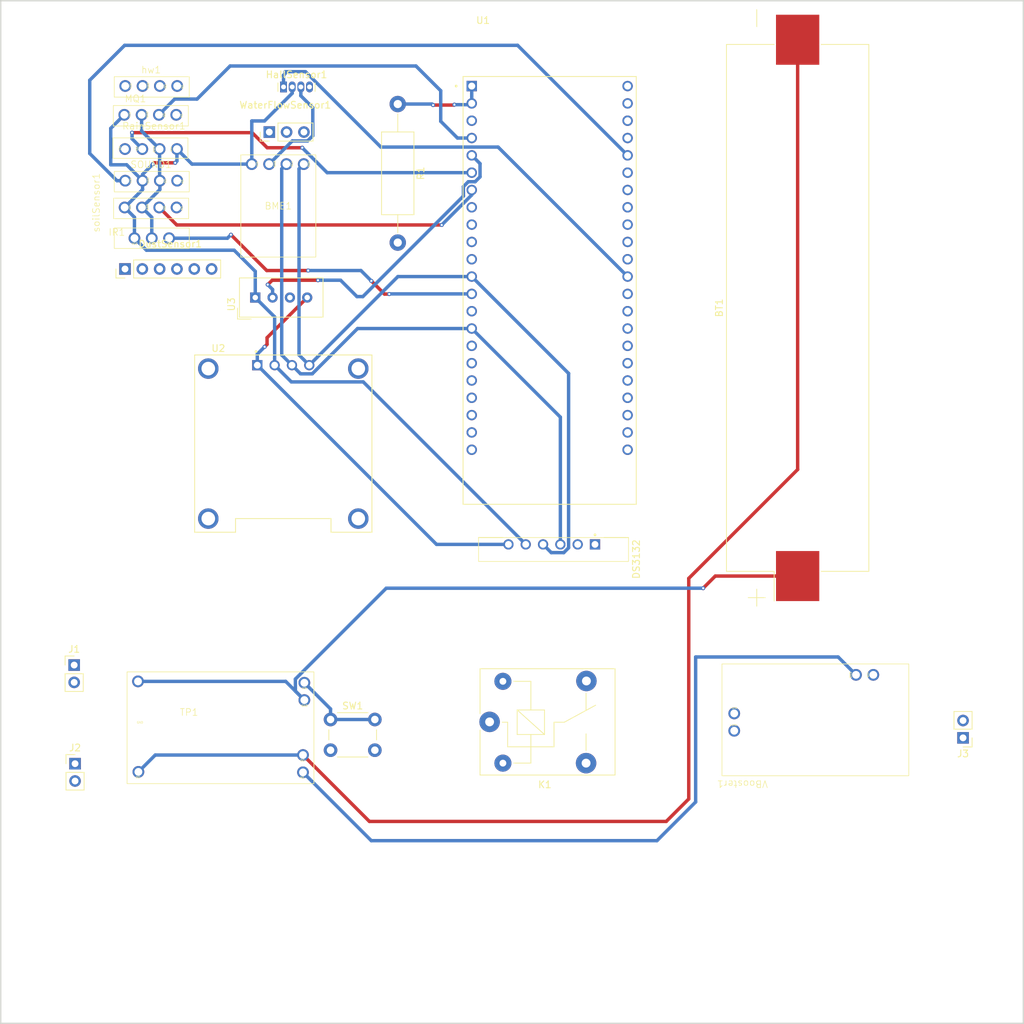
<source format=kicad_pcb>
(kicad_pcb (version 20241229) (generator "pcbnew") (generator_version "9.0")
  (layers (0 "F.Cu" signal) (2 "B.Cu" signal) (13 "F.Paste" user) (15 "B.Paste" user) (5 "F.SilkS" user "F.Silkscreen") (7 "B.SilkS" user "B.Silkscreen") (1 "F.Mask" user) (3 "B.Mask" user) (25 "Edge.Cuts" user))
  (net 0 "")
  (net 1 "VCC")
  (net 2 "SDA")
  (net 3 "GND")
  (net 4 "SCL")
  (net 9 "Net-(BT1--)")
  (net 10 "Net-(BT1-+)")
  (net 22 "Hall")
  (net 24 "IR")
  (net 25 "MQ1")
  (net 29 "Dust+")
  (net 30 "Net-(DustSensor1-Pin_1)")
  (net 31 "Rain")
  (net 38 "Soil")
  (net 42 "Sound")
  (net 47 "Net-(TP1-OUT+)")
  (net 53 "V+")
  (net 54 "V-")
  (net 55 "WaterFlow")
  (net 56 "Dust-")
  (net 57 "DustLED")
  (net 58 "DHT")
  (net 60 "Net-(VBooster1-OUT+)")
  (footprint "DS3132:MODULE_TC00500" (layer "F.Cu") (at 104.98 95.5775 -90)
    (property "Reference" "DS3132" (at 3.175 -12.135 90) (layer "F.SilkS"))
    (property "Value" "DS3231")
    (fp_line (start 0 11) (end 0 7.424) (stroke (width 0.127)) (layer "F.SilkS"))
    (fp_line (start 0 -7.424) (end 0 -11) (stroke (width 0.127)) (layer "F.SilkS"))
    (fp_rect (start 0 -11) (end 3.5 11) (stroke (width 0.1)) (fill no) (layer "F.SilkS"))
    (fp_circle (center -0.4 -6.08) (end -0.3 -6.08) (stroke (width 0.2)) (fill no) (layer "F.SilkS"))
    (pad "1" thru_hole rect (at 1 -6.08 270) (size 1.508 1.508) (drill 1) (layers "*.Cu" "*.Mask"))
    (pad "2" thru_hole circle (at 1 -3.54 270) (size 1.508 1.508) (drill 1) (layers "*.Cu" "*.Mask"))
    (pad "3" thru_hole circle (at 1 -1 270) (size 1.508 1.508) (drill 1) (layers "*.Cu" "*.Mask") (net 4 "SCL"))
    (pad "4" thru_hole circle (at 1 1.54 270) (size 1.508 1.508) (drill 1) (layers "*.Cu" "*.Mask") (net 2 "SDA"))
    (pad "5" thru_hole circle (at 1 4.08 270) (size 1.508 1.508) (drill 1) (layers "*.Cu" "*.Mask") (net 1 "VCC"))
    (pad "6" thru_hole circle (at 1 6.62 270) (size 1.508 1.508) (drill 1) (layers "*.Cu" "*.Mask") (net 3 "GND"))
  )
  (footprint "IR:Untitled" (layer "F.Cu") (at 40.55 49.97)
    (property "Reference" "IR1" (at 0.38 0.82 0) (layer "F.SilkS") (effects (font (thickness 0.1))))
    (property "Value" "~" (hide yes))
    (fp_rect (start 0 0.2) (end 11 3.2) (stroke (width 0.1)) (fill no) (layer "F.SilkS"))
    (fp_text user "GND" (at 5.01913 2.645334 0) (layer "F.SilkS") (effects (font (size 0.3 0.3) (thickness 0.05)) (justify left bottom)))
    (fp_text user "VCC" (at 2.536951 2.682079 0) (layer "F.SilkS") (effects (font (size 0.3 0.3) (thickness 0.05)) (justify left bottom)))
    (fp_text user "OUT" (at 7.597725 2.672252 0) (layer "F.SilkS") (effects (font (size 0.3 0.3) (thickness 0.05)) (justify left bottom)))
    (pad "1" thru_hole circle (at 2.96 1.7) (size 1.725 1.725) (drill 1.15) (layers "*.Cu" "*.Mask") (net 1 "VCC"))
    (pad "2" thru_hole circle (at 5.5 1.7) (size 1.725 1.725) (drill 1.15) (layers "*.Cu" "*.Mask") (net 3 "GND"))
    (pad "3" thru_hole circle (at 8.04 1.7) (size 1.725 1.725) (drill 1.15) (layers "*.Cu" "*.Mask") (net 24 "IR"))
  )
  (footprint "Connector_PinHeader_2.54mm:PinHeader_1x02_P2.54mm_Vertical" (layer "F.Cu") (at 165.04 124.95 180)
    (property "Reference" "J3" (at 0 -2.33 0) (layer "F.SilkS"))
    (property "Value" "Alive")
    (fp_line (start 1.33 1.27) (end 1.33 3.87) (stroke (width 0.12)) (layer "F.SilkS"))
    (fp_line (start -1.33 3.87) (end 1.33 3.87) (stroke (width 0.12)) (layer "F.SilkS"))
    (fp_line (start -1.33 1.27) (end 1.33 1.27) (stroke (width 0.12)) (layer "F.SilkS"))
    (fp_line (start -1.33 1.27) (end -1.33 3.87) (stroke (width 0.12)) (layer "F.SilkS"))
    (fp_line (start -1.33 0) (end -1.33 -1.33) (stroke (width 0.12)) (layer "F.SilkS"))
    (fp_line (start -1.33 -1.33) (end 0 -1.33) (stroke (width 0.12)) (layer "F.SilkS"))
    (pad "1" thru_hole rect (at 0 0 180) (size 1.7 1.7) (drill 1) (layers "*.Cu" "*.Mask"))
    (pad "2" thru_hole oval (at 0 2.54 180) (size 1.7 1.7) (drill 1) (layers "*.Cu" "*.Mask"))
  )
  (footprint "Button_Switch_THT:SW_PUSH_6mm_H4.3mm" (layer "F.Cu") (at 72.27 122.26)
    (property "Reference" "SW1" (at 3.25 -2 0) (layer "F.SilkS"))
    (property "Value" "SW_Push")
    (fp_line (start -0.25 1.5) (end -0.25 3) (stroke (width 0.12)) (layer "F.SilkS"))
    (fp_line (start 1 5.5) (end 5.5 5.5) (stroke (width 0.12)) (layer "F.SilkS"))
    (fp_line (start 5.5 -1) (end 1 -1) (stroke (width 0.12)) (layer "F.SilkS"))
    (fp_line (start 6.75 3) (end 6.75 1.5) (stroke (width 0.12)) (layer "F.SilkS"))
    (pad "1" thru_hole circle (at 0 0 90) (size 2 2) (drill 1.1) (layers "*.Cu" "*.Mask") (net 47 "Net-(TP1-OUT+)"))
    (pad "1" thru_hole circle (at 6.5 0 90) (size 2 2) (drill 1.1) (layers "*.Cu" "*.Mask") (net 47 "Net-(TP1-OUT+)"))
    (pad "2" thru_hole circle (at 0 4.5 90) (size 2 2) (drill 1.1) (layers "*.Cu" "*.Mask") (net 53 "V+"))
    (pad "2" thru_hole circle (at 6.5 4.5 90) (size 2 2) (drill 1.1) (layers "*.Cu" "*.Mask") (net 53 "V+"))
  )
  (footprint "Sensor:Aosong_DHT11_5.5x12.0_P2.54mm" (layer "F.Cu") (at 61.23 60.37 90)
    (property "Reference" "U3" (at -1 -3.5 90) (layer "F.SilkS"))
    (property "Value" "DHT11")
    (fp_line (start -3.16 -2.6) (end -1.55 -2.6) (stroke (width 0.12)) (layer "F.SilkS"))
    (fp_line (start -3.16 -2.6) (end -3.16 -0.6) (stroke (width 0.12)) (layer "F.SilkS"))
    (fp_line (start 2.88 -2.32) (end 2.88 9.94) (stroke (width 0.12)) (layer "F.SilkS"))
    (fp_line (start -2.87 -2.32) (end 2.87 -2.32) (stroke (width 0.12)) (layer "F.SilkS"))
    (fp_line (start 2.88 9.94) (end -2.88 9.94) (stroke (width 0.12)) (layer "F.SilkS"))
    (fp_line (start -2.88 9.94) (end -2.88 -2.31) (stroke (width 0.12)) (layer "F.SilkS"))
    (pad "1" thru_hole rect (at 0 0 90) (size 1.5 1.5) (drill 0.8) (layers "*.Cu" "*.Mask") (net 1 "VCC"))
    (pad "2" thru_hole circle (at 0 2.54 90) (size 1.5 1.5) (drill 0.8) (layers "*.Cu" "*.Mask") (net 58 "DHT"))
    (pad "3" thru_hole circle (at 0 5.08 90) (size 1.5 1.5) (drill 0.8) (layers "*.Cu" "*.Mask"))
    (pad "4" thru_hole circle (at 0 7.62 90) (size 1.5 1.5) (drill 0.8) (layers "*.Cu" "*.Mask") (net 3 "GND"))
  )
  (footprint "Connector_PinHeader_2.54mm:PinHeader_1x02_P2.54mm_Vertical" (layer "F.Cu") (at 34.8 128.74)
    (property "Reference" "J2" (at 0 -2.33 0) (layer "F.SilkS"))
    (property "Value" "BCharge")
    (fp_line (start -1.33 -1.33) (end 0 -1.33) (stroke (width 0.12)) (layer "F.SilkS"))
    (fp_line (start -1.33 0) (end -1.33 -1.33) (stroke (width 0.12)) (layer "F.SilkS"))
    (fp_line (start -1.33 1.27) (end -1.33 3.87) (stroke (width 0.12)) (layer "F.SilkS"))
    (fp_line (start -1.33 1.27) (end 1.33 1.27) (stroke (width 0.12)) (layer "F.SilkS"))
    (fp_line (start -1.33 3.87) (end 1.33 3.87) (stroke (width 0.12)) (layer "F.SilkS"))
    (fp_line (start 1.33 1.27) (end 1.33 3.87) (stroke (width 0.12)) (layer "F.SilkS"))
    (pad "1" thru_hole rect (at 0 0) (size 1.7 1.7) (drill 1) (layers "*.Cu" "*.Mask"))
    (pad "2" thru_hole oval (at 0 2.54) (size 1.7 1.7) (drill 1) (layers "*.Cu" "*.Mask"))
  )
  (footprint "Connector_PinHeader_2.54mm:PinHeader_1x02_P2.54mm_Vertical" (layer "F.Cu") (at 34.67 114.275)
    (property "Reference" "J1" (at 0 -2.33 0) (layer "F.SilkS"))
    (property "Value" "SOLAR")
    (fp_line (start -1.33 -1.33) (end 0 -1.33) (stroke (width 0.12)) (layer "F.SilkS"))
    (fp_line (start -1.33 0) (end -1.33 -1.33) (stroke (width 0.12)) (layer "F.SilkS"))
    (fp_line (start -1.33 1.27) (end -1.33 3.87) (stroke (width 0.12)) (layer "F.SilkS"))
    (fp_line (start -1.33 1.27) (end 1.33 1.27) (stroke (width 0.12)) (layer "F.SilkS"))
    (fp_line (start -1.33 3.87) (end 1.33 3.87) (stroke (width 0.12)) (layer "F.SilkS"))
    (fp_line (start 1.33 1.27) (end 1.33 3.87) (stroke (width 0.12)) (layer "F.SilkS"))
    (pad "1" thru_hole rect (at 0 0) (size 1.7 1.7) (drill 1) (layers "*.Cu" "*.Mask"))
    (pad "2" thru_hole oval (at 0 2.54) (size 1.7 1.7) (drill 1) (layers "*.Cu" "*.Mask"))
  )
  (footprint "Connector_PinHeader_2.54mm:PinHeader_1x03_P2.54mm_Vertical" (layer "F.Cu") (at 63.285 36.1 90)
    (property "Reference" "WaterFlowSensor1" (at 3.96 2.345 0) (layer "F.SilkS"))
    (property "Value" "Conn_01x03_Pin" (hide yes))
    (fp_line (start -1.33 -1.33) (end 0 -1.33) (stroke (width 0.12)) (layer "F.SilkS"))
    (fp_line (start -1.33 0) (end -1.33 -1.33) (stroke (width 0.12)) (layer "F.SilkS"))
    (fp_line (start 1.33 1.27) (end 1.33 6.41) (stroke (width 0.12)) (layer "F.SilkS"))
    (fp_line (start -1.33 1.27) (end 1.33 1.27) (stroke (width 0.12)) (layer "F.SilkS"))
    (fp_line (start -1.33 1.27) (end -1.33 6.41) (stroke (width 0.12)) (layer "F.SilkS"))
    (fp_line (start -1.33 6.41) (end 1.33 6.41) (stroke (width 0.12)) (layer "F.SilkS"))
    (pad "1" thru_hole rect (at 0 0 90) (size 1.7 1.7) (drill 1) (layers "*.Cu" "*.Mask"))
    (pad "2" thru_hole oval (at 0 2.54 90) (size 1.7 1.7) (drill 1) (layers "*.Cu" "*.Mask"))
    (pad "3" thru_hole oval (at 0 5.08 90) (size 1.7 1.7) (drill 1) (layers "*.Cu" "*.Mask"))
  )
  (footprint "BME280:Untitled" (layer "F.Cu") (at 59.11 39.44)
    (property "Reference" "BME1" (at 5.5 7.5 0) (layer "F.SilkS") (effects (font (thickness 0.1))))
    (property "Value" "BME280" (hide yes))
    (fp_rect (start 0 0) (end 11 15) (stroke (width 0.1)) (fill no) (layer "F.SilkS"))
    (fp_text user "SCL" (at 7.66 1.77 90) (layer "F.SilkS") (effects (font (size 0.3 0.3) (thickness 0.05)) (justify left bottom)))
    (fp_text user "SDA" (at 10.17 1.81 90) (layer "F.SilkS") (effects (font (size 0.3 0.3) (thickness 0.05)) (justify left bottom)))
    (fp_text user "VIN" (at 2.59 1.74 90) (layer "F.SilkS") (effects (font (size 0.3 0.3) (thickness 0.05)) (justify left bottom)))
    (fp_text user "GND" (at 5.14 1.82 90) (layer "F.SilkS") (effects (font (size 0.3 0.3) (thickness 0.05)) (justify left bottom)))
    (pad "1" thru_hole circle (at 1.61 1.36) (size 1.725 1.725) (drill 1.15) (layers "*.Cu" "*.Mask") (net 1 "VCC"))
    (pad "2" thru_hole circle (at 4.15 1.36) (size 1.725 1.725) (drill 1.15) (layers "*.Cu" "*.Mask") (net 3 "GND"))
    (pad "3" thru_hole circle (at 6.69 1.36) (size 1.725 1.725) (drill 1.15) (layers "*.Cu" "*.Mask") (net 4 "SCL"))
    (pad "4" thru_hole circle (at 9.23 1.36) (size 1.725 1.725) (drill 1.15) (layers "*.Cu" "*.Mask") (net 2 "SDA"))
  )
  (footprint "Vbooster:Untitled" (layer "F.Cu") (at 157.08 130.51 180)
    (property "Reference" "VBooster1" (at 24.4 -1.2 180) (layer "F.SilkS") (effects (font (thickness 0.1))))
    (property "Value" "~")
    (fp_rect (start 0 0) (end 27.4 16.4) (stroke (width 0.1)) (fill no) (layer "F.SilkS"))
    (fp_text user "GND" (at 8.73 15.26 270) (layer "F.SilkS") (effects (font (size 0.3 0.3) (thickness 0.05)) (justify left bottom)))
    (fp_text user "VIN" (at 6.18 15.18 270) (layer "F.SilkS") (effects (font (size 0.3 0.3) (thickness 0.05)) (justify left bottom)))
    (fp_text user "out-" (at 25.15 10.08 180) (layer "F.SilkS") (effects (font (size 0.3 0.3) (thickness 0.05)) (justify left bottom)))
    (fp_text user "out+" (at 25.19 7.57 180) (layer "F.SilkS") (effects (font (size 0.3 0.3) (thickness 0.05)) (justify left bottom)))
    (pad "1" thru_hole circle (at 5.2 14.8 180) (size 1.725 1.725) (drill 1.15) (layers "*.Cu" "*.Mask") (net 60 "Net-(VBooster1-OUT+)"))
    (pad "2" thru_hole circle (at 7.74 14.8 180) (size 1.725 1.725) (drill 1.15) (layers "*.Cu" "*.Mask") (net 54 "V-"))
    (pad "3" thru_hole circle (at 25.6 6.6 90) (size 1.725 1.725) (drill 1.15) (layers "*.Cu" "*.Mask"))
    (pad "4" thru_hole circle (at 25.6 9.14 90) (size 1.725 1.725) (drill 1.15) (layers "*.Cu" "*.Mask"))
  )
  (footprint "MQ135:Untitled" (layer "F.Cu") (at 40.55 32.28)
    (property "Reference" "MQ1" (at 3.11 -1.07 0) (layer "F.SilkS") (effects (font (thickness 0.1))))
    (property "Value" "~")
    (fp_rect (start -0.14 -0.07) (end 10.86 2.93) (stroke (width 0.1)) (fill no) (layer "F.SilkS"))
    (fp_text user "VIN" (at 2.45 1.67 90) (layer "F.SilkS") (effects (font (size 0.3 0.3) (thickness 0.05)) (justify left bottom)))
    (fp_text user "GND" (at 5 1.75 90) (layer "F.SilkS") (effects (font (size 0.3 0.3) (thickness 0.05)) (justify left bottom)))
    (fp_text user "DO" (at 7.52 1.7 90) (layer "F.SilkS") (effects (font (size 0.3 0.3) (thickness 0.05)) (justify left bottom)))
    (fp_text user "AO" (at 10.03 1.74 90) (layer "F.SilkS") (effects (font (size 0.3 0.3) (thickness 0.05)) (justify left bottom)))
    (pad "1" thru_hole circle (at 1.47 1.29) (size 1.725 1.725) (drill 1.15) (layers "*.Cu" "*.Mask") (net 1 "VCC"))
    (pad "2" thru_hole circle (at 4.01 1.29) (size 1.725 1.725) (drill 1.15) (layers "*.Cu" "*.Mask") (net 3 "GND"))
    (pad "3" thru_hole circle (at 6.55 1.29) (size 1.725 1.725) (drill 1.15) (layers "*.Cu" "*.Mask") (net 25 "MQ1"))
    (pad "4" thru_hole circle (at 9.09 1.29) (size 1.725 1.725) (drill 1.15) (layers "*.Cu" "*.Mask"))
  )
  (footprint "SOUND SENSOR:Untitled" (layer "F.Cu") (at 40.55 27.78)
    (property "Reference" "hw1" (at 5.4 -0.8 0) (layer "F.SilkS") (effects (font (thickness 0.1))))
    (property "Value" "~")
    (fp_rect (start 0 0.2) (end 11 3.2) (stroke (width 0.1)) (fill no) (layer "F.SilkS"))
    (fp_text user "GND" (at 5.14 2.02 90) (layer "F.SilkS") (effects (font (size 0.3 0.3) (thickness 0.05)) (justify left bottom)))
    (fp_text user "DO" (at 7.66 1.97 90) (layer "F.SilkS") (effects (font (size 0.3 0.3) (thickness 0.05)) (justify left bottom)))
    (fp_text user "VIN" (at 2.59 1.94 90) (layer "F.SilkS") (effects (font (size 0.3 0.3) (thickness 0.05)) (justify left bottom)))
    (fp_text user "AO" (at 10.17 2.01 90) (layer "F.SilkS") (effects (font (size 0.3 0.3) (thickness 0.05)) (justify left bottom)))
    (pad "1" thru_hole circle (at 1.61 1.56) (size 1.725 1.725) (drill 1.15) (layers "*.Cu" "*.Mask"))
    (pad "2" thru_hole circle (at 4.15 1.56) (size 1.725 1.725) (drill 1.15) (layers "*.Cu" "*.Mask"))
    (pad "3" thru_hole circle (at 6.69 1.56) (size 1.725 1.725) (drill 1.15) (layers "*.Cu" "*.Mask"))
    (pad "4" thru_hole circle (at 9.23 1.56) (size 1.725 1.725) (drill 1.15) (layers "*.Cu" "*.Mask"))
  )
  (footprint "Sensor_Current:Allegro_SIP-4" (layer "F.Cu") (at 65.375 29.48)
    (property "Reference" "HallSensor1" (at 1.905 -1.8 0) (layer "F.SilkS"))
    (property "Value" "~")
    (fp_line (start -0.82 0.66) (end -0.82 -0.58) (stroke (width 0.12)) (layer "F.SilkS"))
    (fp_line (start 4.63 -0.58) (end 4.63 0.66) (stroke (width 0.12)) (layer "F.SilkS"))
    (pad "1" thru_hole rect (at 0 0) (size 1 1.6) (drill 0.7) (layers "*.Cu" "*.Mask") (net 22 "Hall"))
    (pad "2" thru_hole oval (at 1.27 0) (size 1 1.6) (drill 0.7) (layers "*.Cu" "*.Mask") (net 1 "VCC"))
    (pad "3" thru_hole oval (at 2.54 0) (size 1 1.6) (drill 0.7) (layers "*.Cu" "*.Mask") (net 3 "GND"))
    (pad "4" thru_hole oval (at 3.81 0) (size 1 1.6) (drill 0.7) (layers "*.Cu" "*.Mask"))
  )
  (footprint "Resistor_THT:R_Axial_DIN0414_L11.9mm_D4.5mm_P20.32mm_Horizontal" (layer "F.Cu") (at 82.13 31.99 -90)
    (property "Reference" "R1" (at 10.16 -3.37 90) (layer "F.SilkS"))
    (property "Value" "150")
    (fp_line (start 4.09 2.37) (end 16.23 2.37) (stroke (width 0.12)) (layer "F.SilkS"))
    (fp_line (start 16.23 2.37) (end 16.23 -2.37) (stroke (width 0.12)) (layer "F.SilkS"))
    (fp_line (start 1.44 0) (end 4.09 0) (stroke (width 0.12)) (layer "F.SilkS"))
    (fp_line (start 18.88 0) (end 16.23 0) (stroke (width 0.12)) (layer "F.SilkS"))
    (fp_line (start 4.09 -2.37) (end 4.09 2.37) (stroke (width 0.12)) (layer "F.SilkS"))
    (fp_line (start 16.23 -2.37) (end 4.09 -2.37) (stroke (width 0.12)) (layer "F.SilkS"))
    (pad "1" thru_hole circle (at 0 0 270) (size 2.4 2.4) (drill 1.2) (layers "*.Cu" "*.Mask") (net 29 "Dust+"))
    (pad "2" thru_hole oval (at 20.32 0 270) (size 2.4 2.4) (drill 1.2) (layers "*.Cu" "*.Mask") (net 30 "Net-(DustSensor1-Pin_1)"))
  )
  (footprint "Relay_THT:Relay_SPDT_SANYOU_SRD_Series_Form_C" (layer "F.Cu") (at 95.6 122.61)
    (property "Reference" "K1" (at 8.1 9.2 0) (layer "F.SilkS"))
    (property "Value" "Relay_SPDT")
    (fp_line (start -1.4 -7.8) (end -1.4 -1.2) (stroke (width 0.12)) (layer "F.SilkS"))
    (fp_line (start -1.4 -7.8) (end 18.4 -7.8) (stroke (width 0.12)) (layer "F.SilkS"))
    (fp_line (start -1.4 1.2) (end -1.4 7.8) (stroke (width 0.12)) (layer "F.SilkS"))
    (fp_line (start 2.65 0.05) (end 1.85 0.05) (stroke (width 0.12)) (layer "F.SilkS"))
    (fp_line (start 2.65 0.05) (end 2.65 3.65) (stroke (width 0.12)) (layer "F.SilkS"))
    (fp_line (start 3.55 6.05) (end 6.05 6.05) (stroke (width 0.12)) (layer "F.SilkS"))
    (fp_line (start 4.05 -1.75) (end 8.05 -1.75) (stroke (width 0.12)) (layer "F.SilkS"))
    (fp_line (start 4.05 1.85) (end 4.05 -1.75) (stroke (width 0.12)) (layer "F.SilkS"))
    (fp_line (start 6.05 -5.95) (end 3.55 -5.95) (stroke (width 0.12)) (layer "F.SilkS"))
    (fp_line (start 6.05 -5.95) (end 6.05 -1.75) (stroke (width 0.12)) (layer "F.SilkS"))
    (fp_line (start 6.05 1.85) (end 6.05 6.05) (stroke (width 0.12)) (layer "F.SilkS"))
    (fp_line (start 8.05 -1.75) (end 8.05 1.85) (stroke (width 0.12)) (layer "F.SilkS"))
    (fp_line (start 8.05 1.85) (end 4.05 -1.75) (stroke (width 0.12)) (layer "F.SilkS"))
    (fp_line (start 8.05 1.85) (end 4.05 1.85) (stroke (width 0.12)) (layer "F.SilkS"))
    (fp_line (start 9.45 0.05) (end 9.45 3.65) (stroke (width 0.12)) (layer "F.SilkS"))
    (fp_line (start 9.45 0.05) (end 10.95 0.05) (stroke (width 0.12)) (layer "F.SilkS"))
    (fp_line (start 9.45 3.65) (end 2.65 3.65) (stroke (width 0.12)) (layer "F.SilkS"))
    (fp_line (start 10.95 0.05) (end 15.55 -2.45) (stroke (width 0.12)) (layer "F.SilkS"))
    (fp_line (start 14.15 -4.2) (end 14.15 -1.7) (stroke (width 0.12)) (layer "F.SilkS"))
    (fp_line (start 14.15 4.2) (end 14.15 1.75) (stroke (width 0.12)) (layer "F.SilkS"))
    (fp_line (start 18.4 -7.8) (end 18.4 7.8) (stroke (width 0.12)) (layer "F.SilkS"))
    (fp_line (start 18.4 7.8) (end -1.4 7.8) (stroke (width 0.12)) (layer "F.SilkS"))
    (pad "1" thru_hole circle (at 0 0 90) (size 3 3) (drill 1.3) (layers "*.Cu" "*.Mask"))
    (pad "2" thru_hole circle (at 1.95 6.05 90) (size 2.5 2.5) (drill 1) (layers "*.Cu" "*.Mask"))
    (pad "3" thru_hole circle (at 14.15 6.05 90) (size 3 3) (drill 1.3) (layers "*.Cu" "*.Mask"))
    (pad "4" thru_hole circle (at 14.2 -6 90) (size 3 3) (drill 1.3) (layers "*.Cu" "*.Mask"))
    (pad "5" thru_hole circle (at 1.95 -5.95 90) (size 2.5 2.5) (drill 1) (layers "*.Cu" "*.Mask"))
  )
  (footprint "TP4056:Untitled" (layer "F.Cu") (at 41.83 114.47)
    (property "Reference" "TP1" (at 9.68 6.73 0) (layer "F.SilkS") (effects (font (thickness 0.1))))
    (property "Value" "~" (hide yes))
    (fp_rect (start 0.6 0.8) (end 28 17.2) (stroke (width 0.1)) (fill no) (layer "F.SilkS"))
    (fp_text user "DO" (at 1.85 16.44 0) (layer "F.SilkS") (effects (font (size 0.3 0.3) (thickness 0.05)) (justify left bottom)))
    (fp_text user "GND" (at 26.14 5.93 0) (layer "F.SilkS") (effects (font (size 0.3 0.3) (thickness 0.05)) (justify left bottom)))
    (fp_text user "DO" (at 25.99 13.97 0) (layer "F.SilkS") (effects (font (size 0.3 0.3) (thickness 0.05)) (justify left bottom)))
    (fp_text user "GND" (at 2 8.4 0) (layer "F.SilkS") (effects (font (size 0.3 0.3) (thickness 0.05)) (justify left bottom)))
    (fp_text user "AO" (at 25.95 16.48 0) (layer "F.SilkS") (effects (font (size 0.3 0.3) (thickness 0.05)) (justify left bottom)))
    (fp_text user "VIN" (at 26.22 3.38 0) (layer "F.SilkS") (effects (font (size 0.3 0.3) (thickness 0.05)) (justify left bottom)))
    (pad "1" thru_hole circle (at 26.6 2.4 270) (size 1.725 1.725) (drill 1.15) (layers "*.Cu" "*.Mask") (net 47 "Net-(TP1-OUT+)"))
    (pad "2" thru_hole circle (at 2.2 2.2 270) (size 1.725 1.725) (drill 1.15) (layers "*.Cu" "*.Mask") (net 10 "Net-(BT1-+)"))
    (pad "2" thru_hole circle (at 26.6 4.94 270) (size 1.725 1.725) (drill 1.15) (layers "*.Cu" "*.Mask") (net 10 "Net-(BT1-+)"))
    (pad "3" thru_hole circle (at 2.26 15.47 270) (size 1.725 1.725) (drill 1.15) (layers "*.Cu" "*.Mask") (net 9 "Net-(BT1--)"))
    (pad "3" thru_hole circle (at 26.4 13 270) (size 1.725 1.725) (drill 1.15) (layers "*.Cu" "*.Mask") (net 9 "Net-(BT1--)"))
    (pad "4" thru_hole circle (at 26.4 15.54 270) (size 1.725 1.725) (drill 1.15) (layers "*.Cu" "*.Mask") (net 54 "V-"))
  )
  (footprint "RainSensor:Untitled" (layer "F.Cu") (at 51.35 36.95 -90)
    (property "Reference" "RainSensor1" (at -1.74 4.98 0) (layer "F.SilkS") (effects (font (thickness 0.1))))
    (property "Value" "~")
    (fp_rect (start 0 0) (end 3 11) (stroke (width 0.1)) (fill no) (layer "F.SilkS"))
    (fp_text user "vcc" (at 1.26 2.59 270) (layer "F.SilkS") (effects (font (size 0.3 0.3) (thickness 0.05)) (justify left bottom)))
    (fp_text user "AO" (at 1.19 10.17 270) (layer "F.SilkS") (effects (font (size 0.3 0.3) (thickness 0.05)) (justify left bottom)))
    (fp_text user "DO" (at 1.23 7.66 270) (layer "F.SilkS") (effects (font (size 0.3 0.3) (thickness 0.05)) (justify left bottom)))
    (fp_text user "GND" (at 1.18 5.14 270) (layer "F.SilkS") (effects (font (size 0.3 0.3) (thickness 0.05)) (justify left bottom)))
    (pad "1" thru_hole circle (at 1.64 1.61 180) (size 1.725 1.725) (drill 1.15) (layers "*.Cu" "*.Mask") (net 1 "VCC"))
    (pad "2" thru_hole circle (at 1.64 4.15 180) (size 1.725 1.725) (drill 1.15) (layers "*.Cu" "*.Mask") (net 3 "GND"))
    (pad "3" thru_hole circle (at 1.64 6.69 180) (size 1.725 1.725) (drill 1.15) (layers "*.Cu" "*.Mask") (net 31 "Rain"))
    (pad "4" thru_hole circle (at 1.64 9.23 180) (size 1.725 1.725) (drill 1.15) (layers "*.Cu" "*.Mask"))
  )
  (footprint "SOUND SENSOR:HW484" (layer "F.Cu") (at 40.55 41.67)
    (property "Reference" "SOUND1" (at 5.4 -0.8 0) (layer "F.SilkS") (effects (font (thickness 0.1))))
    (property "Value" "~")
    (fp_rect (start 0 0.2) (end 11 3.2) (stroke (width 0.1)) (fill no) (layer "F.SilkS"))
    (fp_text user "GND" (at 5.14 2.02 90) (layer "F.SilkS") (effects (font (size 0.3 0.3) (thickness 0.05)) (justify left bottom)))
    (fp_text user "VIN" (at 2.59 1.94 90) (layer "F.SilkS") (effects (font (size 0.3 0.3) (thickness 0.05)) (justify left bottom)))
    (fp_text user "DO" (at 7.66 1.97 90) (layer "F.SilkS") (effects (font (size 0.3 0.3) (thickness 0.05)) (justify left bottom)))
    (fp_text user "AO" (at 10.17 2.01 90) (layer "F.SilkS") (effects (font (size 0.3 0.3) (thickness 0.05)) (justify left bottom)))
    (pad "1" thru_hole circle (at 1.61 1.56) (size 1.725 1.725) (drill 1.15) (layers "*.Cu" "*.Mask") (net 42 "Sound"))
    (pad "2" thru_hole circle (at 4.15 1.56) (size 1.725 1.725) (drill 1.15) (layers "*.Cu" "*.Mask") (net 1 "VCC"))
    (pad "3" thru_hole circle (at 6.69 1.56) (size 1.725 1.725) (drill 1.15) (layers "*.Cu" "*.Mask") (net 3 "GND"))
    (pad "4" thru_hole circle (at 9.23 1.56) (size 1.725 1.725) (drill 1.15) (layers "*.Cu" "*.Mask"))
  )
  (footprint "SoilSensor:SoilSensor" (layer "F.Cu") (at 40.55 49.04 90)
    (property "Reference" "soilSensor1" (at 2.58689 -2.644201 90) (layer "F.SilkS") (effects (font (thickness 0.1))))
    (property "Value" "~")
    (fp_rect (start 0.24 -0.09) (end 3.24 10.91) (stroke (width 0.1)) (fill no) (layer "F.SilkS"))
    (fp_text user "GND" (at 1.42 5.05 90) (layer "F.SilkS") (effects (font (size 0.3 0.3) (thickness 0.05)) (justify left bottom)))
    (fp_text user "AO" (at 1.43 10.08 90) (layer "F.SilkS") (effects (font (size 0.3 0.3) (thickness 0.05)) (justify left bottom)))
    (fp_text user "DO" (at 1.47 7.57 90) (layer "F.SilkS") (effects (font (size 0.3 0.3) (thickness 0.05)) (justify left bottom)))
    (fp_text user "VIN" (at 1.5 2.5 90) (layer "F.SilkS") (effects (font (size 0.3 0.3) (thickness 0.05)) (justify left bottom)))
    (pad "1" thru_hole circle (at 1.88 1.52) (size 1.725 1.725) (drill 1.15) (layers "*.Cu" "*.Mask") (net 1 "VCC"))
    (pad "2" thru_hole circle (at 1.88 4.06) (size 1.725 1.725) (drill 1.15) (layers "*.Cu" "*.Mask") (net 3 "GND"))
    (pad "3" thru_hole circle (at 1.88 6.6) (size 1.725 1.725) (drill 1.15) (layers "*.Cu" "*.Mask") (net 38 "Soil"))
    (pad "4" thru_hole circle (at 1.88 9.14) (size 1.725 1.725) (drill 1.15) (layers "*.Cu" "*.Mask"))
  )
  (footprint "ESP32-S3-DEVKITC-1-N8R2:XCVR_ESP32-S3-DEVKITC-1-N8R2" (layer "F.Cu") (at 104.4105 59.325)
    (property "Reference" "U1" (at -9.775 -39.605 0) (layer "F.SilkS"))
    (property "Value" "ESP32-S3-DEVKITC-1-N8R2")
    (fp_line (start -12.7 -31.37) (end 12.7 -31.37) (stroke (width 0.127)) (layer "F.SilkS"))
    (fp_line (start -12.7 31.37) (end -12.7 -31.37) (stroke (width 0.127)) (layer "F.SilkS"))
    (fp_line (start 12.7 -31.37) (end 12.7 31.37) (stroke (width 0.127)) (layer "F.SilkS"))
    (fp_line (start 12.7 31.37) (end -12.7 31.37) (stroke (width 0.127)) (layer "F.SilkS"))
    (fp_circle (center -13.716 -29.972) (end -13.616 -29.972) (stroke (width 0.2)) (fill no) (layer "F.SilkS"))
    (pad "J1_1" thru_hole rect (at -11.43 -29.97) (size 1.53 1.53) (drill 1.02) (layers "*.Cu" "*.Mask") (net 29 "Dust+"))
    (pad "J1_2" thru_hole circle (at -11.43 -27.43) (size 1.53 1.53) (drill 1.02) (layers "*.Cu" "*.Mask") (net 29 "Dust+"))
    (pad "J1_3" thru_hole circle (at -11.43 -24.89) (size 1.53 1.53) (drill 1.02) (layers "*.Cu" "*.Mask"))
    (pad "J1_4" thru_hole circle (at -11.43 -22.35) (size 1.53 1.53) (drill 1.02) (layers "*.Cu" "*.Mask") (net 25 "MQ1"))
    (pad "J1_5" thru_hole circle (at -11.43 -19.81) (size 1.53 1.53) (drill 1.02) (layers "*.Cu" "*.Mask") (net 58 "DHT"))
    (pad "J1_6" thru_hole circle (at -11.43 -17.27) (size 1.53 1.53) (drill 1.02) (layers "*.Cu" "*.Mask") (net 31 "Rain"))
    (pad "J1_7" thru_hole circle (at -11.43 -14.73) (size 1.53 1.53) (drill 1.02) (layers "*.Cu" "*.Mask") (net 38 "Soil"))
    (pad "J1_8" thru_hole circle (at -11.43 -12.19) (size 1.53 1.53) (drill 1.02) (layers "*.Cu" "*.Mask"))
    (pad "J1_9" thru_hole circle (at -11.43 -9.65) (size 1.53 1.53) (drill 1.02) (layers "*.Cu" "*.Mask"))
    (pad "J1_10" thru_hole circle (at -11.43 -7.11) (size 1.53 1.53) (drill 1.02) (layers "*.Cu" "*.Mask"))
    (pad "J1_11" thru_hole circle (at -11.43 -4.57) (size 1.53 1.53) (drill 1.02) (layers "*.Cu" "*.Mask"))
    (pad "J1_12" thru_hole circle (at -11.43 -2.03) (size 1.53 1.53) (drill 1.02) (layers "*.Cu" "*.Mask") (net 2 "SDA"))
    (pad "J1_13" thru_hole circle (at -11.43 0.51) (size 1.53 1.53) (drill 1.02) (layers "*.Cu" "*.Mask") (net 24 "IR"))
    (pad "J1_14" thru_hole circle (at -11.43 3.05) (size 1.53 1.53) (drill 1.02) (layers "*.Cu" "*.Mask"))
    (pad "J1_15" thru_hole circle (at -11.43 5.59) (size 1.53 1.53) (drill 1.02) (layers "*.Cu" "*.Mask") (net 4 "SCL"))
    (pad "J1_16" thru_hole circle (at -11.43 8.13) (size 1.53 1.53) (drill 1.02) (layers "*.Cu" "*.Mask"))
    (pad "J1_17" thru_hole circle (at -11.43 10.67) (size 1.53 1.53) (drill 1.02) (layers "*.Cu" "*.Mask"))
    (pad "J1_18" thru_hole circle (at -11.43 13.21) (size 1.53 1.53) (drill 1.02) (layers "*.Cu" "*.Mask"))
    (pad "J1_19" thru_hole circle (at -11.43 15.75) (size 1.53 1.53) (drill 1.02) (layers "*.Cu" "*.Mask"))
    (pad "J1_20" thru_hole circle (at -11.43 18.29) (size 1.53 1.53) (drill 1.02) (layers "*.Cu" "*.Mask"))
    (pad "J1_21" thru_hole circle (at -11.43 20.83) (size 1.53 1.53) (drill 1.02) (layers "*.Cu" "*.Mask"))
    (pad "J1_22" thru_hole circle (at -11.43 23.37) (size 1.53 1.53) (drill 1.02) (layers "*.Cu" "*.Mask") (net 56 "Dust-"))
    (pad "J3_1" thru_hole circle (at 11.43 -29.97) (size 1.53 1.53) (drill 1.02) (layers "*.Cu" "*.Mask") (net 56 "Dust-"))
    (pad "J3_2" thru_hole circle (at 11.43 -27.43) (size 1.53 1.53) (drill 1.02) (layers "*.Cu" "*.Mask"))
    (pad "J3_3" thru_hole circle (at 11.43 -24.89) (size 1.53 1.53) (drill 1.02) (layers "*.Cu" "*.Mask"))
    (pad "J3_4" thru_hole circle (at 11.43 -22.35) (size 1.53 1.53) (drill 1.02) (layers "*.Cu" "*.Mask") (net 55 "WaterFlow"))
    (pad "J3_5" thru_hole circle (at 11.43 -19.81) (size 1.53 1.53) (drill 1.02) (layers "*.Cu" "*.Mask") (net 42 "Sound"))
    (pad "J3_6" thru_hole circle (at 11.43 -17.27) (size 1.53 1.53) (drill 1.02) (layers "*.Cu" "*.Mask"))
    (pad "J3_7" thru_hole circle (at 11.43 -14.73) (size 1.53 1.53) (drill 1.02) (layers "*.Cu" "*.Mask"))
    (pad "J3_8" thru_hole circle (at 11.43 -12.19) (size 1.53 1.53) (drill 1.02) (layers "*.Cu" "*.Mask"))
    (pad "J3_9" thru_hole circle (at 11.43 -9.65) (size 1.53 1.53) (drill 1.02) (layers "*.Cu" "*.Mask"))
    (pad "J3_10" thru_hole circle (at 11.43 -7.11) (size 1.53 1.53) (drill 1.02) (layers "*.Cu" "*.Mask"))
    (pad "J3_11" thru_hole circle (at 11.43 -4.57) (size 1.53 1.53) (drill 1.02) (layers "*.Cu" "*.Mask"))
    (pad "J3_12" thru_hole circle (at 11.43 -2.03) (size 1.53 1.53) (drill 1.02) (layers "*.Cu" "*.Mask") (net 22 "Hall"))
    (pad "J3_13" thru_hole circle (at 11.43 0.51) (size 1.53 1.53) (drill 1.02) (layers "*.Cu" "*.Mask") (net 57 "DustLED"))
    (pad "J3_14" thru_hole circle (at 11.43 3.05) (size 1.53 1.53) (drill 1.02) (layers "*.Cu" "*.Mask"))
    (pad "J3_15" thru_hole circle (at 11.43 5.59) (size 1.53 1.53) (drill 1.02) (layers "*.Cu" "*.Mask"))
    (pad "J3_16" thru_hole circle (at 11.43 8.13) (size 1.53 1.53) (drill 1.02) (layers "*.Cu" "*.Mask"))
    (pad "J3_17" thru_hole circle (at 11.43 10.67) (size 1.53 1.53) (drill 1.02) (layers "*.Cu" "*.Mask"))
    (pad "J3_18" thru_hole circle (at 11.43 13.21) (size 1.53 1.53) (drill 1.02) (layers "*.Cu" "*.Mask"))
    (pad "J3_19" thru_hole circle (at 11.43 15.75) (size 1.53 1.53) (drill 1.02) (layers "*.Cu" "*.Mask"))
    (pad "J3_20" thru_hole circle (at 11.43 18.29) (size 1.53 1.53) (drill 1.02) (layers "*.Cu" "*.Mask"))
    (pad "J3_21" thru_hole circle (at 11.43 20.83) (size 1.53 1.53) (drill 1.02) (layers "*.Cu" "*.Mask") (net 56 "Dust-"))
    (pad "J3_22" thru_hole circle (at 11.43 23.37) (size 1.53 1.53) (drill 1.02) (layers "*.Cu" "*.Mask") (net 56 "Dust-"))
  )
  (footprint "Connector_PinHeader_2.54mm:PinHeader_1x06_P2.54mm_Vertical" (layer "F.Cu") (at 42.125 56.18 90)
    (property "Reference" "DustSensor1" (at 3.67 6.64 0) (layer "F.SilkS"))
    (property "Value" "Conn_01x06_Pin" (hide yes))
    (fp_line (start -1.33 -1.33) (end 0 -1.33) (stroke (width 0.12)) (layer "F.SilkS"))
    (fp_line (start -1.33 0) (end -1.33 -1.33) (stroke (width 0.12)) (layer "F.SilkS"))
    (fp_line (start 1.33 1.27) (end 1.33 14.03) (stroke (width 0.12)) (layer "F.SilkS"))
    (fp_line (start -1.33 1.27) (end 1.33 1.27) (stroke (width 0.12)) (layer "F.SilkS"))
    (fp_line (start -1.33 1.27) (end -1.33 14.03) (stroke (width 0.12)) (layer "F.SilkS"))
    (fp_line (start -1.33 14.03) (end 1.33 14.03) (stroke (width 0.12)) (layer "F.SilkS"))
    (pad "1" thru_hole rect (at 0 0 90) (size 1.7 1.7) (drill 1) (layers "*.Cu" "*.Mask"))
    (pad "2" thru_hole oval (at 0 2.54 90) (size 1.7 1.7) (drill 1) (layers "*.Cu" "*.Mask"))
    (pad "3" thru_hole oval (at 0 5.08 90) (size 1.7 1.7) (drill 1) (layers "*.Cu" "*.Mask"))
    (pad "4" thru_hole oval (at 0 7.62 90) (size 1.7 1.7) (drill 1) (layers "*.Cu" "*.Mask"))
    (pad "5" thru_hole oval (at 0 10.16 90) (size 1.7 1.7) (drill 1) (layers "*.Cu" "*.Mask"))
    (pad "6" thru_hole oval (at 0 12.7 90) (size 1.7 1.7) (drill 1) (layers "*.Cu" "*.Mask"))
  )
  (footprint "Battery:BatteryHolder_Keystone_1042_1x18650" (layer "F.Cu") (at 140.78 61.89 90)
    (property "Reference" "BT1" (at 0 -11.5 90) (layer "F.SilkS"))
    (property "Value" "Battery_Cell")
    (fp_line (start 38.64 -10.44) (end -38.64 -10.44) (stroke (width 0.12)) (layer "F.SilkS"))
    (fp_line (start -38.64 -10.44) (end -38.64 -3.44) (stroke (width 0.12)) (layer "F.SilkS"))
    (fp_line (start 43.75 -6) (end 41.25 -6) (stroke (width 0.12)) (layer "F.SilkS"))
    (fp_line (start -43.75 -6) (end -41.25 -6) (stroke (width 0.12)) (layer "F.SilkS"))
    (fp_line (start -42.5 -4.75) (end -42.5 -7.25) (stroke (width 0.12)) (layer "F.SilkS"))
    (fp_line (start 38.64 -3.44) (end 38.64 -10.42) (stroke (width 0.12)) (layer "F.SilkS"))
    (fp_line (start -38.64 -3.44) (end -43 -3.44) (stroke (width 0.12)) (layer "F.SilkS"))
    (fp_line (start 38.64 3.44) (end 38.64 10.44) (stroke (width 0.12)) (layer "F.SilkS"))
    (fp_line (start 38.64 10.44) (end -38.64 10.44) (stroke (width 0.12)) (layer "F.SilkS"))
    (fp_line (start -38.64 10.44) (end -38.64 3.44) (stroke (width 0.12)) (layer "F.SilkS"))
    (pad "" np_thru_hole circle (at -35.93 -8 90) (size 2.39 2.39) (drill 2.39) (layers "*.Cu" "*.Mask"))
    (pad "" np_thru_hole circle (at -27.6 8 90) (size 3.45 3.45) (drill 3.45) (layers "*.Cu" "*.Mask"))
    (pad "" np_thru_hole circle (at 27.6 -8 90) (size 3.45 3.45) (drill 3.45) (layers "*.Cu" "*.Mask"))
    (pad "1" smd rect (at -39.33 0 90) (size 7.34 6.35) (layers "F.Cu" "F.Mask" "F.Paste") (net 10 "Net-(BT1-+)"))
    (pad "2" smd rect (at 39.33 0 90) (size 7.34 6.35) (layers "F.Cu" "F.Mask" "F.Paste") (net 9 "Net-(BT1--)"))
  )
  (footprint "DM-OLED096-636:MODULE_DM-OLED096-636" (layer "F.Cu") (at 65.34 81.7925)
    (property "Reference" "U2" (at -9.525 -13.97 0) (layer "F.SilkS"))
    (property "Value" "DM-OLED096-636")
    (fp_line (start -13 -13) (end 13 -13) (stroke (width 0.127)) (layer "F.SilkS"))
    (fp_line (start -13 13) (end -13 -13) (stroke (width 0.127)) (layer "F.SilkS"))
    (fp_line (start -7 11) (end -7 13) (stroke (width 0.127)) (layer "F.SilkS"))
    (fp_line (start -7 13) (end -13 13) (stroke (width 0.127)) (layer "F.SilkS"))
    (fp_line (start 7 11) (end -7 11) (stroke (width 0.127)) (layer "F.SilkS"))
    (fp_line (start 7 13) (end 7 11) (stroke (width 0.127)) (layer "F.SilkS"))
    (fp_line (start 13 -13) (end 13 13) (stroke (width 0.127)) (layer "F.SilkS"))
    (fp_line (start 13 13) (end 7 13) (stroke (width 0.127)) (layer "F.SilkS"))
    (fp_circle (center -4 -13.5) (end -3.9 -13.5) (stroke (width 0.2)) (fill no) (layer "F.SilkS"))
    (pad "1" thru_hole rect (at -3.81 -11.5) (size 1.508 1.508) (drill 1) (layers "*.Cu" "*.Mask") (net 3 "GND"))
    (pad "2" thru_hole circle (at -1.27 -11.5) (size 1.508 1.508) (drill 1) (layers "*.Cu" "*.Mask") (net 1 "VCC"))
    (pad "3" thru_hole circle (at 1.27 -11.5) (size 1.508 1.508) (drill 1) (layers "*.Cu" "*.Mask") (net 4 "SCL"))
    (pad "4" thru_hole circle (at 3.81 -11.5) (size 1.508 1.508) (drill 1) (layers "*.Cu" "*.Mask") (net 2 "SDA"))
    (pad "S1" thru_hole circle (at -11 -11) (size 3 3) (drill 2) (layers "*.Cu" "*.Mask"))
    (pad "S2" thru_hole circle (at 11 -11) (size 3 3) (drill 2) (layers "*.Cu" "*.Mask"))
    (pad "S3" thru_hole circle (at 11 11) (size 3 3) (drill 2) (layers "*.Cu" "*.Mask"))
    (pad "S4" thru_hole circle (at -11 11) (size 3 3) (drill 2) (layers "*.Cu" "*.Mask"))
  )
  (gr_rect (start 23.89 16.83) (end 173.89 166.83) (stroke (width 0.2)) (fill no) (layer "Edge.Cuts"))
  (segment (start 46.41 40.61) (end 49.48 40.61) (width 0.5) (layer "F.Cu") (net 1))
  (segment (start 46.21 40.81) (end 46.41 40.61) (width 0.5) (layer "F.Cu") (net 1))
  (via (at 46.21 40.81) (size 0.6) (drill 0.3) (layers "F.Cu" "B.Cu") (net 1))
  (via (at 49.48 40.61) (size 0.6) (drill 0.3) (layers "F.Cu" "B.Cu") (net 1))
  (segment (start 62.587 34.47) (end 66.645 30.412) (width 0.5) (layer "B.Cu") (net 1))
  (segment (start 60.72 40.8) (end 60.72 34.47) (width 0.5) (layer "B.Cu") (net 1))
  (segment (start 58.13 53.43) (end 61.23 56.53) (width 0.5) (layer "B.Cu") (net 1))
  (segment (start 42.07 47.16) (end 44.7 44.53) (width 0.5) (layer "B.Cu") (net 1))
  (segment (start 44.7 43.23) (end 44.7 42.32) (width 0.5) (layer "B.Cu") (net 1))
  (segment (start 40.03 35.56) (end 42.02 33.57) (width 0.5) (layer "B.Cu") (net 1))
  (segment (start 44.7 44.53) (end 44.7 43.23) (width 0.5) (layer "B.Cu") (net 1))
  (segment (start 40.03 40.9) (end 40.03 35.56) (width 0.5) (layer "B.Cu") (net 1))
  (segment (start 51.95 40.8) (end 49.74 38.59) (width 0.5) (layer "B.Cu") (net 1))
  (segment (start 43.51 51.67) (end 45.27 53.43) (width 0.5) (layer "B.Cu") (net 1))
  (segment (start 42.02 33.57) (end 42.01 33.57) (width 0.2) (layer "B.Cu") (net 1))
  (segment (start 64.07 63.21) (end 64.07 70.2925) (width 0.5) (layer "B.Cu") (net 1))
  (segment (start 66.645 30.412) (end 66.645 29.48) (width 0.5) (layer "B.Cu") (net 1))
  (segment (start 64.07 70.2925) (end 66.521 72.7435) (width 0.5) (layer "B.Cu") (net 1))
  (segment (start 60.72 34.47) (end 62.587 34.47) (width 0.5) (layer "B.Cu") (net 1))
  (segment (start 44.7 43.23) (end 42.37 40.9) (width 0.5) (layer "B.Cu") (net 1))
  (segment (start 42.01 33.57) (end 41.83 33.75) (width 0.2) (layer "B.Cu") (net 1))
  (segment (start 42.07 47.16) (end 43.51 48.6) (width 0.5) (layer "B.Cu") (net 1))
  (segment (start 61.23 56.53) (end 61.23 60.37) (width 0.5) (layer "B.Cu") (net 1))
  (segment (start 42.37 40.9) (end 40.03 40.9) (width 0.5) (layer "B.Cu") (net 1))
  (segment (start 49.74 38.59) (end 49.74 40.35) (width 0.5) (layer "B.Cu") (net 1))
  (segment (start 44.7 42.32) (end 46.21 40.81) (width 0.5) (layer "B.Cu") (net 1))
  (segment (start 66.521 72.7435) (end 77.066 72.7435) (width 0.5) (layer "B.Cu") (net 1))
  (segment (start 43.51 48.6) (end 43.51 51.67) (width 0.5) (layer "B.Cu") (net 1))
  (segment (start 60.72 40.8) (end 51.95 40.8) (width 0.5) (layer "B.Cu") (net 1))
  (segment (start 45.27 53.43) (end 58.13 53.43) (width 0.5) (layer "B.Cu") (net 1))
  (segment (start 49.74 40.35) (end 49.48 40.61) (width 0.5) (layer "B.Cu") (net 1))
  (segment (start 77.066 72.7435) (end 100.9 96.5775) (width 0.5) (layer "B.Cu") (net 1))
  (segment (start 61.23 60.37) (end 64.07 63.21) (width 0.5) (layer "B.Cu") (net 1))
  (via (at 92.9805 57.295) (size 0.6) (drill 0.3) (layers "F.Cu" "B.Cu") (net 2))
  (segment (start 82.1475 57.295) (end 92.9805 57.295) (width 0.5) (layer "B.Cu") (net 2))
  (segment (start 67.649 68.7915) (end 69.15 70.2925) (width 0.5) (layer "B.Cu") (net 2))
  (segment (start 104.645 97.7825) (end 106.479128 97.7825) (width 0.5) (layer "B.Cu") (net 2))
  (segment (start 103.44 96.5775) (end 104.645 97.7825) (width 0.5) (layer "B.Cu") (net 2))
  (segment (start 69.15 70.2925) (end 82.1475 57.295) (width 0.5) (layer "B.Cu") (net 2))
  (segment (start 67.649 41.491) (end 67.649 68.7915) (width 0.5) (layer "B.Cu") (net 2))
  (segment (start 68.34 40.8) (end 67.649 41.491) (width 0.5) (layer "B.Cu") (net 2))
  (segment (start 107.185 97.076628) (end 107.185 71.4995) (width 0.5) (layer "B.Cu") (net 2))
  (segment (start 106.479128 97.7825) (end 107.185 97.076628) (width 0.5) (layer "B.Cu") (net 2))
  (segment (start 107.185 71.4995) (end 92.9805 57.295) (width 0.5) (layer "B.Cu") (net 2))
  (segment (start 62.96 66.26) (end 68.85 60.37) (width 0.5) (layer "F.Cu") (net 3))
  (segment (start 62.96 67.24) (end 62.96 66.26) (width 0.5) (layer "F.Cu") (net 3))
  (segment (start 62.6 67.6) (end 62.96 67.24) (width 0.5) (layer "F.Cu") (net 3))
  (via (at 62.6 67.6) (size 0.6) (drill 0.3) (layers "F.Cu" "B.Cu") (net 3))
  (segment (start 87.815 96.5775) (end 98.36 96.5775) (width 0.5) (layer "B.Cu") (net 3))
  (segment (start 61.53 70.2925) (end 61.53 68.67) (width 0.5) (layer "B.Cu") (net 3))
  (segment (start 47.2 43.19) (end 47.24 43.23) (width 0.5) (layer "B.Cu") (net 3))
  (segment (start 63.26 40.8) (end 66.659 37.401) (width 0.5) (layer "B.Cu") (net 3))
  (segment (start 66.659 37.401) (end 68.903892 37.401) (width 0.5) (layer "B.Cu") (net 3))
  (segment (start 47.24 43.23) (end 47.24 44.53) (width 0.5) (layer "B.Cu") (net 3))
  (segment (start 69.666 32.531) (end 67.915 30.78) (width 0.5) (layer "B.Cu") (net 3))
  (segment (start 67.915 30.78) (end 67.915 29.48) (width 0.5) (layer "B.Cu") (net 3))
  (segment (start 44.56 33.57) (end 44.56 35.95) (width 0.5) (layer "B.Cu") (net 3))
  (segment (start 61.53 70.2925) (end 87.815 96.5775) (width 0.5) (layer "B.Cu") (net 3))
  (segment (start 47.24 44.53) (end 44.61 47.16) (width 0.5) (layer "B.Cu") (net 3))
  (segment (start 68.903892 37.401) (end 69.666 36.638892) (width 0.5) (layer "B.Cu") (net 3))
  (segment (start 46.05 48.6) (end 46.05 51.67) (width 0.5) (layer "B.Cu") (net 3))
  (segment (start 69.666 36.638892) (end 69.666 32.531) (width 0.5) (layer "B.Cu") (net 3))
  (segment (start 61.53 68.67) (end 62.6 67.6) (width 0.5) (layer "B.Cu") (net 3))
  (segment (start 44.56 35.95) (end 47.2 38.59) (width 0.5) (layer "B.Cu") (net 3))
  (segment (start 44.61 47.16) (end 46.05 48.6) (width 0.5) (layer "B.Cu") (net 3))
  (segment (start 47.2 38.59) (end 47.2 43.19) (width 0.5) (layer "B.Cu") (net 3))
  (segment (start 105.98 96.5775) (end 105.98 77.9145) (width 0.5) (layer "B.Cu") (net 4))
  (segment (start 92.9805 64.915) (end 76.231628 64.915) (width 0.5) (layer "B.Cu") (net 4))
  (segment (start 105.98 77.9145) (end 92.9805 64.915) (width 0.5) (layer "B.Cu") (net 4))
  (segment (start 67.8775 71.56) (end 66.61 70.2925) (width 0.5) (layer "B.Cu") (net 4))
  (segment (start 65.109 41.491) (end 65.109 68.7915) (width 0.5) (layer "B.Cu") (net 4))
  (segment (start 69.586628 71.56) (end 67.8775 71.56) (width 0.5) (layer "B.Cu") (net 4))
  (segment (start 76.231628 64.915) (end 69.586628 71.56) (width 0.5) (layer "B.Cu") (net 4))
  (segment (start 65.8 40.8) (end 65.109 41.491) (width 0.5) (layer "B.Cu") (net 4))
  (segment (start 65.109 68.7915) (end 66.61 70.2925) (width 0.5) (layer "B.Cu") (net 4))
  (segment (start 124.81 101.56) (end 124.81 133.91) (width 0.5) (layer "F.Cu") (net 9))
  (segment (start 140.78 22.56) (end 140.78 85.59) (width 0.5) (layer "F.Cu") (net 9))
  (segment (start 124.81 133.91) (end 121.51 137.21) (width 0.5) (layer "F.Cu") (net 9))
  (segment (start 77.97 137.21) (end 68.23 127.47) (width 0.5) (layer "F.Cu") (net 9))
  (segment (start 121.51 137.21) (end 77.97 137.21) (width 0.5) (layer "F.Cu") (net 9))
  (segment (start 140.78 85.59) (end 124.81 101.56) (width 0.5) (layer "F.Cu") (net 9))
  (segment (start 46.56 127.47) (end 44.09 129.94) (width 0.5) (layer "B.Cu") (net 9))
  (segment (start 68.23 127.47) (end 46.56 127.47) (width 0.5) (layer "B.Cu") (net 9))
  (segment (start 126.92 103) (end 128.7 101.22) (width 0.5) (layer "F.Cu") (net 10))
  (segment (start 128.7 101.22) (end 140.78 101.22) (width 0.5) (layer "F.Cu") (net 10))
  (via (at 126.92 103) (size 0.6) (drill 0.3) (layers "F.Cu" "B.Cu") (net 10))
  (segment (start 65.69 116.67) (end 68.43 119.41) (width 0.5) (layer "B.Cu") (net 10))
  (segment (start 44.03 116.67) (end 65.69 116.67) (width 0.5) (layer "B.Cu") (net 10))
  (segment (start 68.43 119.41) (end 67.1165 118.0965) (width 0.5) (layer "B.Cu") (net 10))
  (segment (start 80.44243 103) (end 126.92 103) (width 0.5) (layer "B.Cu") (net 10))
  (segment (start 67.1165 116.32593) (end 80.44243 103) (width 0.5) (layer "B.Cu") (net 10))
  (segment (start 67.1165 118.0965) (end 67.1165 116.32593) (width 0.5) (layer "B.Cu") (net 10))
  (segment (start 65.375 27.755) (end 65.375 29.48) (width 0.5) (layer "B.Cu") (net 22))
  (segment (start 68.589917 27.24) (end 65.61 27.24) (width 0.5) (layer "B.Cu") (net 22))
  (segment (start 96.8445 38.299) (end 79.648917 38.299) (width 0.5) (layer "B.Cu") (net 22))
  (segment (start 79.648917 38.299) (end 68.589917 27.24) (width 0.5) (layer "B.Cu") (net 22))
  (segment (start 115.8405 57.295) (end 96.8445 38.299) (width 0.5) (layer "B.Cu") (net 22))
  (segment (start 65.61 27.24) (end 65.61 27.52) (width 0.5) (layer "B.Cu") (net 22))
  (segment (start 65.61 27.52) (end 65.375 27.755) (width 0.5) (layer "B.Cu") (net 22))
  (segment (start 68.99 56.41) (end 62.91 56.41) (width 0.5) (layer "F.Cu") (net 24))
  (segment (start 80.88 59.86) (end 80.18 59.86) (width 0.5) (layer "F.Cu") (net 24))
  (segment (start 62.91 56.41) (end 57.66 51.16) (width 0.5) (layer "F.Cu") (net 24))
  (segment (start 80.18 59.86) (end 78.25 57.93) (width 0.5) (layer "F.Cu") (net 24))
  (via (at 78.25 57.93) (size 0.6) (drill 0.3) (layers "F.Cu" "B.Cu") (net 24))
  (via (at 68.99 56.41) (size 0.6) (drill 0.3) (layers "F.Cu" "B.Cu") (net 24))
  (via (at 80.88 59.86) (size 0.6) (drill 0.3) (layers "F.Cu" "B.Cu") (net 24))
  (via (at 57.66 51.16) (size 0.6) (drill 0.3) (layers "F.Cu" "B.Cu") (net 24))
  (segment (start 57.66 51.16) (end 57.15 51.67) (width 0.5) (layer "B.Cu") (net 24))
  (segment (start 92.9805 59.835) (end 80.905 59.835) (width 0.5) (layer "B.Cu") (net 24))
  (segment (start 80.905 59.835) (end 80.88 59.86) (width 0.5) (layer "B.Cu") (net 24))
  (segment (start 76.73 56.41) (end 68.99 56.41) (width 0.5) (layer "B.Cu") (net 24))
  (segment (start 57.15 51.67) (end 48.59 51.67) (width 0.5) (layer "B.Cu") (net 24))
  (segment (start 78.25 57.93) (end 76.73 56.41) (width 0.5) (layer "B.Cu") (net 24))
  (segment (start 52.69 31.26) (end 57.54 26.41) (width 0.5) (layer "B.Cu") (net 25))
  (segment (start 88.43 34.52) (end 90.885 36.975) (width 0.5) (layer "B.Cu") (net 25))
  (segment (start 47.1 33.57) (end 49.41 31.26) (width 0.5) (layer "B.Cu") (net 25))
  (segment (start 84.8 26.41) (end 88.43 30.04) (width 0.5) (layer "B.Cu") (net 25))
  (segment (start 49.41 31.26) (end 52.69 31.26) (width 0.5) (layer "B.Cu") (net 25))
  (segment (start 90.885 36.975) (end 92.9805 36.975) (width 0.5) (layer "B.Cu") (net 25))
  (segment (start 88.43 30.04) (end 88.43 34.52) (width 0.5) (layer "B.Cu") (net 25))
  (segment (start 57.54 26.41) (end 84.8 26.41) (width 0.5) (layer "B.Cu") (net 25))
  (segment (start 90.38 32.14) (end 90.44 32.08) (width 0.5) (layer "F.Cu") (net 29))
  (segment (start 87.31 32.14) (end 90.38 32.14) (width 0.5) (layer "F.Cu") (net 29))
  (via (at 90.44 32.08) (size 0.6) (drill 0.3) (layers "F.Cu" "B.Cu") (net 29))
  (via (at 87.31 32.14) (size 0.6) (drill 0.3) (layers "F.Cu" "B.Cu") (net 29))
  (segment (start 92.9805 31.895) (end 92.9805 29.355) (width 0.5) (layer "B.Cu") (net 29))
  (segment (start 92.7955 32.08) (end 92.9805 31.895) (width 0.5) (layer "B.Cu") (net 29))
  (segment (start 82.13 31.99) (end 87.16 31.99) (width 0.5) (layer "B.Cu") (net 29))
  (segment (start 87.16 31.99) (end 87.31 32.14) (width 0.5) (layer "B.Cu") (net 29))
  (segment (start 90.44 32.08) (end 92.7955 32.08) (width 0.5) (layer "B.Cu") (net 29))
  (segment (start 62.983 38.4) (end 60.773 36.19) (width 0.5) (layer "F.Cu") (net 31))
  (segment (start 60.773 36.19) (end 43.16 36.19) (width 0.5) (layer "F.Cu") (net 31))
  (segment (start 68.12 38.4) (end 62.983 38.4) (width 0.5) (layer "F.Cu") (net 31))
  (via (at 68.12 38.4) (size 0.6) (drill 0.3) (layers "F.Cu" "B.Cu") (net 31))
  (via (at 43.16 36.19) (size 0.6) (drill 0.3) (layers "F.Cu" "B.Cu") (net 31))
  (segment (start 71.775 42.055) (end 68.12 38.4) (width 0.5) (layer "B.Cu") (net 31))
  (segment (start 92.9805 42.055) (end 71.775 42.055) (width 0.5) (layer "B.Cu") (net 31))
  (segment (start 43.16 37.09) (end 44.66 38.59) (width 0.5) (layer "B.Cu") (net 31))
  (segment (start 43.16 36.19) (end 43.16 37.09) (width 0.5) (layer "B.Cu") (net 31))
  (segment (start 88.576368 49.726369) (end 49.716369 49.726369) (width 0.5) (layer "F.Cu") (net 38))
  (segment (start 49.716369 49.726369) (end 47.15 47.16) (width 0.5) (layer "F.Cu") (net 38))
  (via (at 88.576368 49.726369) (size 0.6) (drill 0.3) (layers "F.Cu" "B.Cu") (net 38))
  (segment (start 92.9805 44.595) (end 92.9805 45.322237) (width 0.5) (layer "B.Cu") (net 38))
  (segment (start 92.9805 45.322237) (end 88.576368 49.726369) (width 0.5) (layer "B.Cu") (net 38))
  (segment (start 36.95 28.5) (end 36.95 39.239759) (width 0.5) (layer "B.Cu") (net 42))
  (segment (start 42.07 23.38) (end 36.95 28.5) (width 0.5) (layer "B.Cu") (net 42))
  (segment (start 40.940241 43.23) (end 42.16 43.23) (width 0.5) (layer "B.Cu") (net 42))
  (segment (start 99.7055 23.38) (end 42.07 23.38) (width 0.5) (layer "B.Cu") (net 42))
  (segment (start 115.8405 39.515) (end 99.7055 23.38) (width 0.5) (layer "B.Cu") (net 42))
  (segment (start 36.95 39.239759) (end 40.940241 43.23) (width 0.5) (layer "B.Cu") (net 42))
  (segment (start 78.77 122.26) (end 72.27 122.26) (width 0.5) (layer "B.Cu") (net 47))
  (segment (start 68.43 116.87) (end 72.27 120.71) (width 0.5) (layer "B.Cu") (net 47))
  (segment (start 72.27 120.71) (end 72.27 122.26) (width 0.5) (layer "B.Cu") (net 47))
  (segment (start 125.82 113.09) (end 125.82 134.36) (width 0.5) (layer "B.Cu") (net 54))
  (segment (start 120.15 140.03) (end 78.25 140.03) (width 0.5) (layer "B.Cu") (net 54))
  (segment (start 149.34 115.71) (end 146.72 113.09) (width 0.5) (layer "B.Cu") (net 54))
  (segment (start 146.72 113.09) (end 125.82 113.09) (width 0.5) (layer "B.Cu") (net 54))
  (segment (start 78.25 140.03) (end 68.23 130.01) (width 0.5) (layer "B.Cu") (net 54))
  (segment (start 125.82 134.36) (end 120.15 140.03) (width 0.5) (layer "B.Cu") (net 54))
  (segment (start 63.71 57.83) (end 63.06 58.48) (width 0.5) (layer "F.Cu") (net 58))
  (segment (start 70.43 57.83) (end 63.71 57.83) (width 0.5) (layer "F.Cu") (net 58))
  (via (at 70.43 57.83) (size 0.6) (drill 0.3) (layers "F.Cu" "B.Cu") (net 58))
  (via (at 63.06 58.48) (size 0.6) (drill 0.3) (layers "F.Cu" "B.Cu") (net 58))
  (segment (start 94.1965 42.666684) (end 93.484184 43.379) (width 0.5) (layer "B.Cu") (net 58))
  (segment (start 94.1965 40.731) (end 94.1965 42.666684) (width 0.5) (layer "B.Cu") (net 58))
  (segment (start 92.476816 43.379) (end 91.7645 44.091316) (width 0.5) (layer "B.Cu") (net 58))
  (segment (start 76.14 60.23) (end 73.74 57.83) (width 0.5) (layer "B.Cu") (net 58))
  (segment (start 73.74 57.83) (end 70.43 57.83) (width 0.5) (layer "B.Cu") (net 58))
  (segment (start 92.9805 39.515) (end 94.1965 40.731) (width 0.5) (layer "B.Cu") (net 58))
  (segment (start 93.484184 43.379) (end 92.476816 43.379) (width 0.5) (layer "B.Cu") (net 58))
  (segment (start 63.77 60.37) (end 63.77 59.19) (width 0.5) (layer "B.Cu") (net 58))
  (segment (start 91.7645 44.091316) (end 91.7645 45.477575) (width 0.5) (layer "B.Cu") (net 58))
  (segment (start 77.012075 60.23) (end 76.14 60.23) (width 0.5) (layer "B.Cu") (net 58))
  (segment (start 91.7645 45.477575) (end 77.012075 60.23) (width 0.5) (layer "B.Cu") (net 58))
  (segment (start 63.77 59.19) (end 63.06 58.48) (width 0.5) (layer "B.Cu") (net 58))
)
</source>
